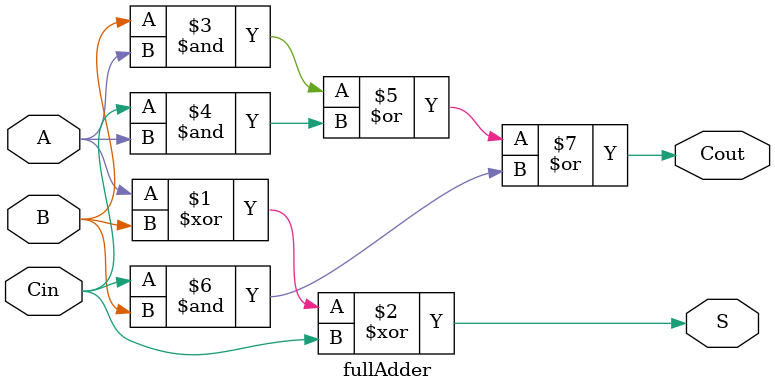
<source format=v>
`timescale 1ns / 1ps
module fullAdder (
  Cin,
  A,
  B,
  S,
  Cout
  );
  
  input Cin;
  input A;
  input B;
  output S;
  output Cout;

  assign S = A ^ B ^ Cin;
  assign Cout = (B & A) | (Cin & A) | (Cin & B);

endmodule

</source>
